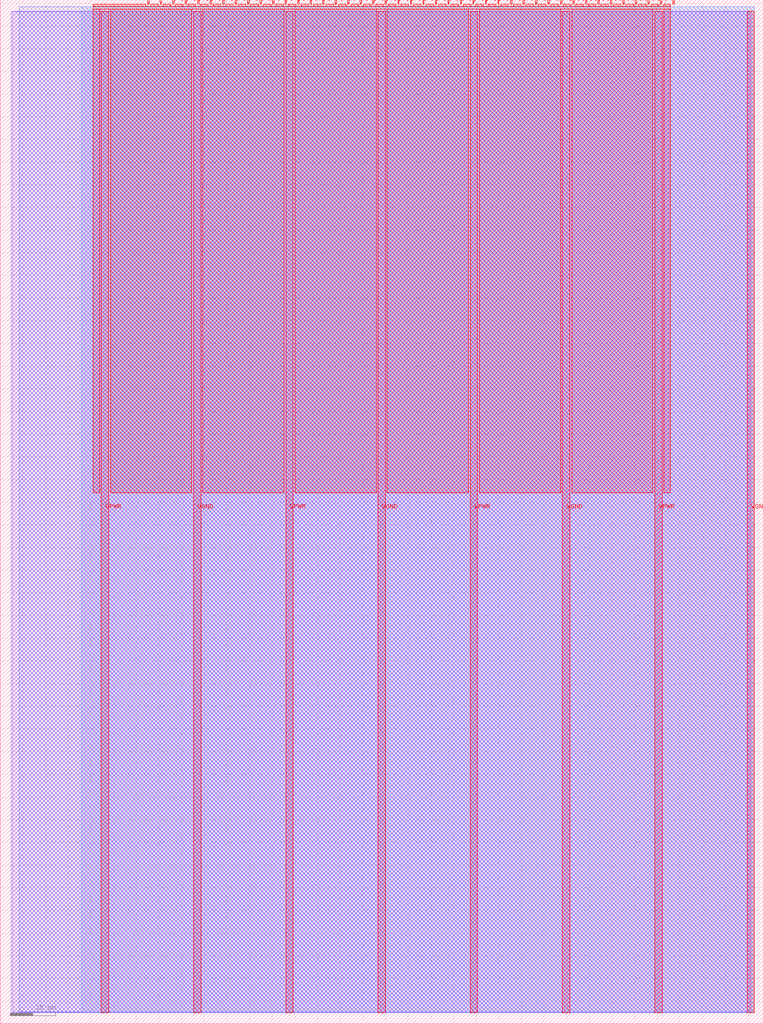
<source format=lef>
VERSION 5.7 ;
  NOWIREEXTENSIONATPIN ON ;
  DIVIDERCHAR "/" ;
  BUSBITCHARS "[]" ;
MACRO tt_um_joerdsonsilva_top_dup
  CLASS BLOCK ;
  FOREIGN tt_um_joerdsonsilva_top_dup ;
  ORIGIN 0.000 0.000 ;
  SIZE 168.360 BY 225.760 ;
  PIN VGND
    DIRECTION INOUT ;
    USE GROUND ;
    PORT
      LAYER met4 ;
        RECT 42.670 2.480 44.270 223.280 ;
    END
    PORT
      LAYER met4 ;
        RECT 83.380 2.480 84.980 223.280 ;
    END
    PORT
      LAYER met4 ;
        RECT 124.090 2.480 125.690 223.280 ;
    END
    PORT
      LAYER met4 ;
        RECT 164.800 2.480 166.400 223.280 ;
    END
  END VGND
  PIN VPWR
    DIRECTION INOUT ;
    USE POWER ;
    PORT
      LAYER met4 ;
        RECT 22.315 2.480 23.915 223.280 ;
    END
    PORT
      LAYER met4 ;
        RECT 63.025 2.480 64.625 223.280 ;
    END
    PORT
      LAYER met4 ;
        RECT 103.735 2.480 105.335 223.280 ;
    END
    PORT
      LAYER met4 ;
        RECT 144.445 2.480 146.045 223.280 ;
    END
  END VPWR
  PIN clk
    DIRECTION INPUT ;
    USE SIGNAL ;
    ANTENNAGATEAREA 0.852000 ;
    PORT
      LAYER met4 ;
        RECT 145.670 224.760 145.970 225.760 ;
    END
  END clk
  PIN ena
    DIRECTION INPUT ;
    USE SIGNAL ;
    PORT
      LAYER met4 ;
        RECT 148.430 224.760 148.730 225.760 ;
    END
  END ena
  PIN rst_n
    DIRECTION INPUT ;
    USE SIGNAL ;
    ANTENNAGATEAREA 0.213000 ;
    PORT
      LAYER met4 ;
        RECT 142.910 224.760 143.210 225.760 ;
    END
  END rst_n
  PIN ui_in[0]
    DIRECTION INPUT ;
    USE SIGNAL ;
    ANTENNAGATEAREA 0.213000 ;
    PORT
      LAYER met4 ;
        RECT 140.150 224.760 140.450 225.760 ;
    END
  END ui_in[0]
  PIN ui_in[1]
    DIRECTION INPUT ;
    USE SIGNAL ;
    ANTENNAGATEAREA 0.159000 ;
    PORT
      LAYER met4 ;
        RECT 137.390 224.760 137.690 225.760 ;
    END
  END ui_in[1]
  PIN ui_in[2]
    DIRECTION INPUT ;
    USE SIGNAL ;
    PORT
      LAYER met4 ;
        RECT 134.630 224.760 134.930 225.760 ;
    END
  END ui_in[2]
  PIN ui_in[3]
    DIRECTION INPUT ;
    USE SIGNAL ;
    PORT
      LAYER met4 ;
        RECT 131.870 224.760 132.170 225.760 ;
    END
  END ui_in[3]
  PIN ui_in[4]
    DIRECTION INPUT ;
    USE SIGNAL ;
    PORT
      LAYER met4 ;
        RECT 129.110 224.760 129.410 225.760 ;
    END
  END ui_in[4]
  PIN ui_in[5]
    DIRECTION INPUT ;
    USE SIGNAL ;
    PORT
      LAYER met4 ;
        RECT 126.350 224.760 126.650 225.760 ;
    END
  END ui_in[5]
  PIN ui_in[6]
    DIRECTION INPUT ;
    USE SIGNAL ;
    PORT
      LAYER met4 ;
        RECT 123.590 224.760 123.890 225.760 ;
    END
  END ui_in[6]
  PIN ui_in[7]
    DIRECTION INPUT ;
    USE SIGNAL ;
    PORT
      LAYER met4 ;
        RECT 120.830 224.760 121.130 225.760 ;
    END
  END ui_in[7]
  PIN uio_in[0]
    DIRECTION INPUT ;
    USE SIGNAL ;
    PORT
      LAYER met4 ;
        RECT 118.070 224.760 118.370 225.760 ;
    END
  END uio_in[0]
  PIN uio_in[1]
    DIRECTION INPUT ;
    USE SIGNAL ;
    PORT
      LAYER met4 ;
        RECT 115.310 224.760 115.610 225.760 ;
    END
  END uio_in[1]
  PIN uio_in[2]
    DIRECTION INPUT ;
    USE SIGNAL ;
    PORT
      LAYER met4 ;
        RECT 112.550 224.760 112.850 225.760 ;
    END
  END uio_in[2]
  PIN uio_in[3]
    DIRECTION INPUT ;
    USE SIGNAL ;
    PORT
      LAYER met4 ;
        RECT 109.790 224.760 110.090 225.760 ;
    END
  END uio_in[3]
  PIN uio_in[4]
    DIRECTION INPUT ;
    USE SIGNAL ;
    PORT
      LAYER met4 ;
        RECT 107.030 224.760 107.330 225.760 ;
    END
  END uio_in[4]
  PIN uio_in[5]
    DIRECTION INPUT ;
    USE SIGNAL ;
    PORT
      LAYER met4 ;
        RECT 104.270 224.760 104.570 225.760 ;
    END
  END uio_in[5]
  PIN uio_in[6]
    DIRECTION INPUT ;
    USE SIGNAL ;
    PORT
      LAYER met4 ;
        RECT 101.510 224.760 101.810 225.760 ;
    END
  END uio_in[6]
  PIN uio_in[7]
    DIRECTION INPUT ;
    USE SIGNAL ;
    PORT
      LAYER met4 ;
        RECT 98.750 224.760 99.050 225.760 ;
    END
  END uio_in[7]
  PIN uio_oe[0]
    DIRECTION OUTPUT TRISTATE ;
    USE SIGNAL ;
    PORT
      LAYER met4 ;
        RECT 51.830 224.760 52.130 225.760 ;
    END
  END uio_oe[0]
  PIN uio_oe[1]
    DIRECTION OUTPUT TRISTATE ;
    USE SIGNAL ;
    PORT
      LAYER met4 ;
        RECT 49.070 224.760 49.370 225.760 ;
    END
  END uio_oe[1]
  PIN uio_oe[2]
    DIRECTION OUTPUT TRISTATE ;
    USE SIGNAL ;
    PORT
      LAYER met4 ;
        RECT 46.310 224.760 46.610 225.760 ;
    END
  END uio_oe[2]
  PIN uio_oe[3]
    DIRECTION OUTPUT TRISTATE ;
    USE SIGNAL ;
    PORT
      LAYER met4 ;
        RECT 43.550 224.760 43.850 225.760 ;
    END
  END uio_oe[3]
  PIN uio_oe[4]
    DIRECTION OUTPUT TRISTATE ;
    USE SIGNAL ;
    PORT
      LAYER met4 ;
        RECT 40.790 224.760 41.090 225.760 ;
    END
  END uio_oe[4]
  PIN uio_oe[5]
    DIRECTION OUTPUT TRISTATE ;
    USE SIGNAL ;
    PORT
      LAYER met4 ;
        RECT 38.030 224.760 38.330 225.760 ;
    END
  END uio_oe[5]
  PIN uio_oe[6]
    DIRECTION OUTPUT TRISTATE ;
    USE SIGNAL ;
    PORT
      LAYER met4 ;
        RECT 35.270 224.760 35.570 225.760 ;
    END
  END uio_oe[6]
  PIN uio_oe[7]
    DIRECTION OUTPUT TRISTATE ;
    USE SIGNAL ;
    PORT
      LAYER met4 ;
        RECT 32.510 224.760 32.810 225.760 ;
    END
  END uio_oe[7]
  PIN uio_out[0]
    DIRECTION OUTPUT TRISTATE ;
    USE SIGNAL ;
    PORT
      LAYER met4 ;
        RECT 73.910 224.760 74.210 225.760 ;
    END
  END uio_out[0]
  PIN uio_out[1]
    DIRECTION OUTPUT TRISTATE ;
    USE SIGNAL ;
    PORT
      LAYER met4 ;
        RECT 71.150 224.760 71.450 225.760 ;
    END
  END uio_out[1]
  PIN uio_out[2]
    DIRECTION OUTPUT TRISTATE ;
    USE SIGNAL ;
    PORT
      LAYER met4 ;
        RECT 68.390 224.760 68.690 225.760 ;
    END
  END uio_out[2]
  PIN uio_out[3]
    DIRECTION OUTPUT TRISTATE ;
    USE SIGNAL ;
    PORT
      LAYER met4 ;
        RECT 65.630 224.760 65.930 225.760 ;
    END
  END uio_out[3]
  PIN uio_out[4]
    DIRECTION OUTPUT TRISTATE ;
    USE SIGNAL ;
    PORT
      LAYER met4 ;
        RECT 62.870 224.760 63.170 225.760 ;
    END
  END uio_out[4]
  PIN uio_out[5]
    DIRECTION OUTPUT TRISTATE ;
    USE SIGNAL ;
    PORT
      LAYER met4 ;
        RECT 60.110 224.760 60.410 225.760 ;
    END
  END uio_out[5]
  PIN uio_out[6]
    DIRECTION OUTPUT TRISTATE ;
    USE SIGNAL ;
    PORT
      LAYER met4 ;
        RECT 57.350 224.760 57.650 225.760 ;
    END
  END uio_out[6]
  PIN uio_out[7]
    DIRECTION OUTPUT TRISTATE ;
    USE SIGNAL ;
    PORT
      LAYER met4 ;
        RECT 54.590 224.760 54.890 225.760 ;
    END
  END uio_out[7]
  PIN uo_out[0]
    DIRECTION OUTPUT TRISTATE ;
    USE SIGNAL ;
    ANTENNADIFFAREA 0.891000 ;
    PORT
      LAYER met4 ;
        RECT 95.990 224.760 96.290 225.760 ;
    END
  END uo_out[0]
  PIN uo_out[1]
    DIRECTION OUTPUT TRISTATE ;
    USE SIGNAL ;
    ANTENNADIFFAREA 0.891000 ;
    PORT
      LAYER met4 ;
        RECT 93.230 224.760 93.530 225.760 ;
    END
  END uo_out[1]
  PIN uo_out[2]
    DIRECTION OUTPUT TRISTATE ;
    USE SIGNAL ;
    ANTENNADIFFAREA 0.891000 ;
    PORT
      LAYER met4 ;
        RECT 90.470 224.760 90.770 225.760 ;
    END
  END uo_out[2]
  PIN uo_out[3]
    DIRECTION OUTPUT TRISTATE ;
    USE SIGNAL ;
    ANTENNADIFFAREA 0.891000 ;
    PORT
      LAYER met4 ;
        RECT 87.710 224.760 88.010 225.760 ;
    END
  END uo_out[3]
  PIN uo_out[4]
    DIRECTION OUTPUT TRISTATE ;
    USE SIGNAL ;
    ANTENNADIFFAREA 0.891000 ;
    PORT
      LAYER met4 ;
        RECT 84.950 224.760 85.250 225.760 ;
    END
  END uo_out[4]
  PIN uo_out[5]
    DIRECTION OUTPUT TRISTATE ;
    USE SIGNAL ;
    ANTENNADIFFAREA 0.891000 ;
    PORT
      LAYER met4 ;
        RECT 82.190 224.760 82.490 225.760 ;
    END
  END uo_out[5]
  PIN uo_out[6]
    DIRECTION OUTPUT TRISTATE ;
    USE SIGNAL ;
    PORT
      LAYER met4 ;
        RECT 79.430 224.760 79.730 225.760 ;
    END
  END uo_out[6]
  PIN uo_out[7]
    DIRECTION OUTPUT TRISTATE ;
    USE SIGNAL ;
    ANTENNADIFFAREA 0.795200 ;
    PORT
      LAYER met4 ;
        RECT 76.670 224.760 76.970 225.760 ;
    END
  END uo_out[7]
  OBS
      LAYER li1 ;
        RECT 2.760 2.635 165.600 223.125 ;
      LAYER met1 ;
        RECT 2.460 2.480 166.400 223.280 ;
      LAYER met2 ;
        RECT 4.240 2.535 166.370 224.245 ;
      LAYER met3 ;
        RECT 18.005 2.555 166.390 224.225 ;
      LAYER met4 ;
        RECT 20.535 224.360 32.110 224.760 ;
        RECT 33.210 224.360 34.870 224.760 ;
        RECT 35.970 224.360 37.630 224.760 ;
        RECT 38.730 224.360 40.390 224.760 ;
        RECT 41.490 224.360 43.150 224.760 ;
        RECT 44.250 224.360 45.910 224.760 ;
        RECT 47.010 224.360 48.670 224.760 ;
        RECT 49.770 224.360 51.430 224.760 ;
        RECT 52.530 224.360 54.190 224.760 ;
        RECT 55.290 224.360 56.950 224.760 ;
        RECT 58.050 224.360 59.710 224.760 ;
        RECT 60.810 224.360 62.470 224.760 ;
        RECT 63.570 224.360 65.230 224.760 ;
        RECT 66.330 224.360 67.990 224.760 ;
        RECT 69.090 224.360 70.750 224.760 ;
        RECT 71.850 224.360 73.510 224.760 ;
        RECT 74.610 224.360 76.270 224.760 ;
        RECT 77.370 224.360 79.030 224.760 ;
        RECT 80.130 224.360 81.790 224.760 ;
        RECT 82.890 224.360 84.550 224.760 ;
        RECT 85.650 224.360 87.310 224.760 ;
        RECT 88.410 224.360 90.070 224.760 ;
        RECT 91.170 224.360 92.830 224.760 ;
        RECT 93.930 224.360 95.590 224.760 ;
        RECT 96.690 224.360 98.350 224.760 ;
        RECT 99.450 224.360 101.110 224.760 ;
        RECT 102.210 224.360 103.870 224.760 ;
        RECT 104.970 224.360 106.630 224.760 ;
        RECT 107.730 224.360 109.390 224.760 ;
        RECT 110.490 224.360 112.150 224.760 ;
        RECT 113.250 224.360 114.910 224.760 ;
        RECT 116.010 224.360 117.670 224.760 ;
        RECT 118.770 224.360 120.430 224.760 ;
        RECT 121.530 224.360 123.190 224.760 ;
        RECT 124.290 224.360 125.950 224.760 ;
        RECT 127.050 224.360 128.710 224.760 ;
        RECT 129.810 224.360 131.470 224.760 ;
        RECT 132.570 224.360 134.230 224.760 ;
        RECT 135.330 224.360 136.990 224.760 ;
        RECT 138.090 224.360 139.750 224.760 ;
        RECT 140.850 224.360 142.510 224.760 ;
        RECT 143.610 224.360 145.270 224.760 ;
        RECT 146.370 224.360 147.825 224.760 ;
        RECT 20.535 223.680 147.825 224.360 ;
        RECT 20.535 117.135 21.915 223.680 ;
        RECT 24.315 117.135 42.270 223.680 ;
        RECT 44.670 117.135 62.625 223.680 ;
        RECT 65.025 117.135 82.980 223.680 ;
        RECT 85.380 117.135 103.335 223.680 ;
        RECT 105.735 117.135 123.690 223.680 ;
        RECT 126.090 117.135 144.045 223.680 ;
        RECT 146.445 117.135 147.825 223.680 ;
  END
END tt_um_joerdsonsilva_top_dup
END LIBRARY


</source>
